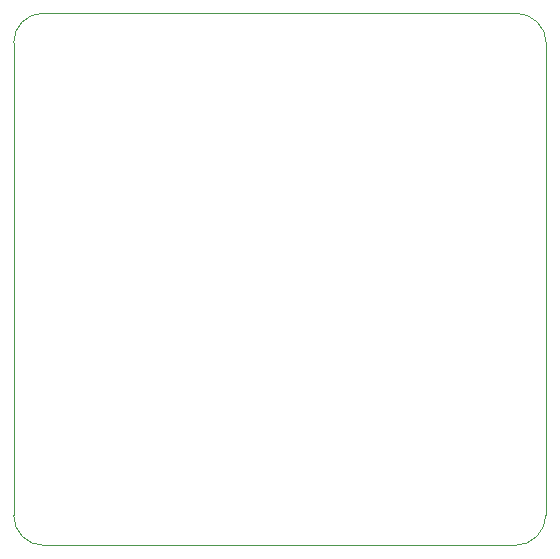
<source format=gm1>
G04 #@! TF.GenerationSoftware,KiCad,Pcbnew,(5.1.8)-1*
G04 #@! TF.CreationDate,2022-05-07T10:28:52+02:00*
G04 #@! TF.ProjectId,SuperPower-uC-KiCad,53757065-7250-46f7-9765-722d75432d4b,rev?*
G04 #@! TF.SameCoordinates,Original*
G04 #@! TF.FileFunction,Profile,NP*
%FSLAX46Y46*%
G04 Gerber Fmt 4.6, Leading zero omitted, Abs format (unit mm)*
G04 Created by KiCad (PCBNEW (5.1.8)-1) date 2022-05-07 10:28:52*
%MOMM*%
%LPD*%
G01*
G04 APERTURE LIST*
G04 #@! TA.AperFunction,Profile*
%ADD10C,0.050000*%
G04 #@! TD*
G04 APERTURE END LIST*
D10*
X171002960Y-109855000D02*
X170952160Y-113919000D01*
X171002960Y-77851000D02*
X171008040Y-81915000D01*
X171008040Y-81915000D02*
X171002960Y-109855000D01*
X170952160Y-115834160D02*
X170952160Y-113919000D01*
X171002960Y-75956160D02*
X171002960Y-77851000D01*
X128432560Y-118424960D02*
G75*
G02*
X125892560Y-115884960I0J2540000D01*
G01*
X170952160Y-115834160D02*
G75*
G02*
X168361360Y-118424960I-2590800J0D01*
G01*
X168412160Y-73365360D02*
G75*
G02*
X171002960Y-75956160I0J-2590800D01*
G01*
X125892560Y-75854560D02*
G75*
G02*
X128381760Y-73365360I2489200J0D01*
G01*
X128432560Y-118424960D02*
X168361360Y-118424960D01*
X125892560Y-75854560D02*
X125892560Y-115884960D01*
X168412160Y-73365360D02*
X128381760Y-73365360D01*
M02*

</source>
